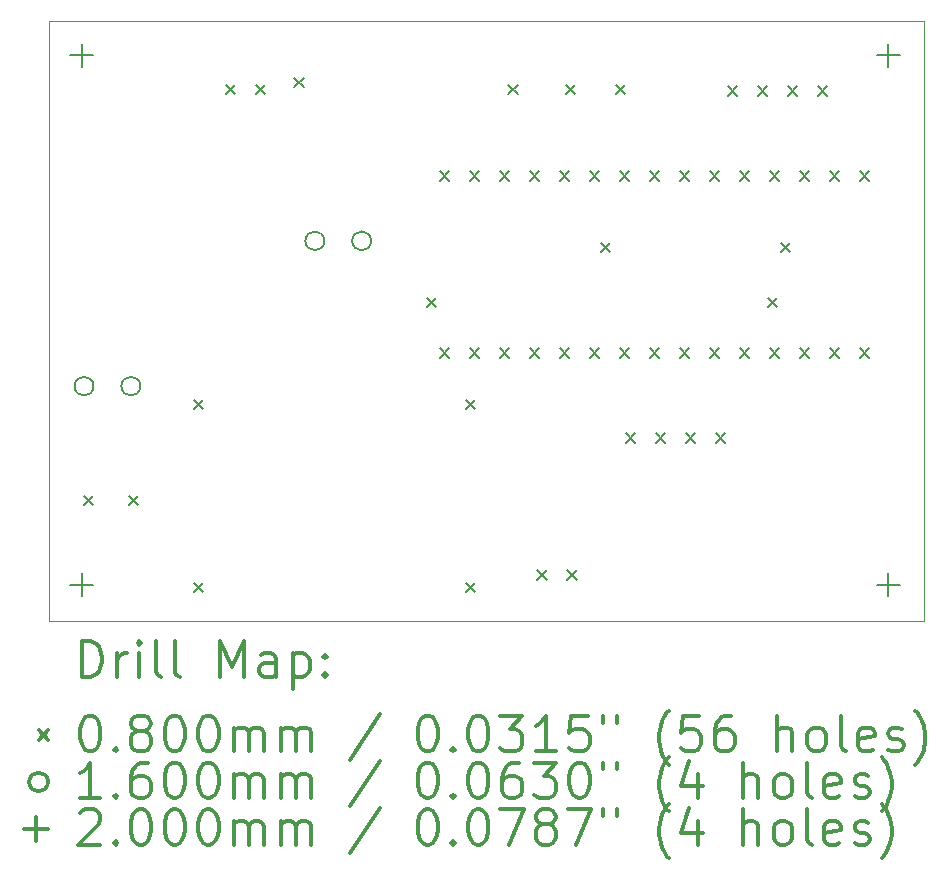
<source format=gbr>
%FSLAX45Y45*%
G04 Gerber Fmt 4.5, Leading zero omitted, Abs format (unit mm)*
G04 Created by KiCad (PCBNEW (5.1.10)-1) date 2021-11-21 11:10:27*
%MOMM*%
%LPD*%
G01*
G04 APERTURE LIST*
%TA.AperFunction,Profile*%
%ADD10C,0.100000*%
%TD*%
%ADD11C,0.200000*%
%ADD12C,0.300000*%
G04 APERTURE END LIST*
D10*
X7270000Y-400000D02*
X7270000Y-5480000D01*
X-140000Y-400000D02*
X7270000Y-400000D01*
X-140000Y-5480000D02*
X-140000Y-400000D01*
X7270000Y-5480000D02*
X-140000Y-5480000D01*
D11*
X160000Y-4420000D02*
X240000Y-4500000D01*
X240000Y-4420000D02*
X160000Y-4500000D01*
X540000Y-4420000D02*
X620000Y-4500000D01*
X620000Y-4420000D02*
X540000Y-4500000D01*
X1090000Y-3605000D02*
X1170000Y-3685000D01*
X1170000Y-3605000D02*
X1090000Y-3685000D01*
X1090000Y-5155000D02*
X1170000Y-5235000D01*
X1170000Y-5155000D02*
X1090000Y-5235000D01*
X1360000Y-940000D02*
X1440000Y-1020000D01*
X1440000Y-940000D02*
X1360000Y-1020000D01*
X1614000Y-940000D02*
X1694000Y-1020000D01*
X1694000Y-940000D02*
X1614000Y-1020000D01*
X1940000Y-880000D02*
X2020000Y-960000D01*
X2020000Y-880000D02*
X1940000Y-960000D01*
X3060000Y-2740000D02*
X3140000Y-2820000D01*
X3140000Y-2740000D02*
X3060000Y-2820000D01*
X3170000Y-1670000D02*
X3250000Y-1750000D01*
X3250000Y-1670000D02*
X3170000Y-1750000D01*
X3170000Y-3170000D02*
X3250000Y-3250000D01*
X3250000Y-3170000D02*
X3170000Y-3250000D01*
X3390000Y-3605000D02*
X3470000Y-3685000D01*
X3470000Y-3605000D02*
X3390000Y-3685000D01*
X3390000Y-5155000D02*
X3470000Y-5235000D01*
X3470000Y-5155000D02*
X3390000Y-5235000D01*
X3424000Y-1670000D02*
X3504000Y-1750000D01*
X3504000Y-1670000D02*
X3424000Y-1750000D01*
X3424000Y-3170000D02*
X3504000Y-3250000D01*
X3504000Y-3170000D02*
X3424000Y-3250000D01*
X3678000Y-1670000D02*
X3758000Y-1750000D01*
X3758000Y-1670000D02*
X3678000Y-1750000D01*
X3678000Y-3170000D02*
X3758000Y-3250000D01*
X3758000Y-3170000D02*
X3678000Y-3250000D01*
X3750000Y-940000D02*
X3830000Y-1020000D01*
X3830000Y-940000D02*
X3750000Y-1020000D01*
X3932000Y-1670000D02*
X4012000Y-1750000D01*
X4012000Y-1670000D02*
X3932000Y-1750000D01*
X3932000Y-3170000D02*
X4012000Y-3250000D01*
X4012000Y-3170000D02*
X3932000Y-3250000D01*
X3996000Y-5050000D02*
X4076000Y-5130000D01*
X4076000Y-5050000D02*
X3996000Y-5130000D01*
X4186000Y-1670000D02*
X4266000Y-1750000D01*
X4266000Y-1670000D02*
X4186000Y-1750000D01*
X4186000Y-3170000D02*
X4266000Y-3250000D01*
X4266000Y-3170000D02*
X4186000Y-3250000D01*
X4240000Y-940000D02*
X4320000Y-1020000D01*
X4320000Y-940000D02*
X4240000Y-1020000D01*
X4250000Y-5050000D02*
X4330000Y-5130000D01*
X4330000Y-5050000D02*
X4250000Y-5130000D01*
X4440000Y-1670000D02*
X4520000Y-1750000D01*
X4520000Y-1670000D02*
X4440000Y-1750000D01*
X4440000Y-3170000D02*
X4520000Y-3250000D01*
X4520000Y-3170000D02*
X4440000Y-3250000D01*
X4535000Y-2275000D02*
X4615000Y-2355000D01*
X4615000Y-2275000D02*
X4535000Y-2355000D01*
X4660000Y-940000D02*
X4740000Y-1020000D01*
X4740000Y-940000D02*
X4660000Y-1020000D01*
X4694000Y-1670000D02*
X4774000Y-1750000D01*
X4774000Y-1670000D02*
X4694000Y-1750000D01*
X4694000Y-3170000D02*
X4774000Y-3250000D01*
X4774000Y-3170000D02*
X4694000Y-3250000D01*
X4748000Y-3890000D02*
X4828000Y-3970000D01*
X4828000Y-3890000D02*
X4748000Y-3970000D01*
X4948000Y-1670000D02*
X5028000Y-1750000D01*
X5028000Y-1670000D02*
X4948000Y-1750000D01*
X4948000Y-3170000D02*
X5028000Y-3250000D01*
X5028000Y-3170000D02*
X4948000Y-3250000D01*
X5002000Y-3890000D02*
X5082000Y-3970000D01*
X5082000Y-3890000D02*
X5002000Y-3970000D01*
X5202000Y-1670000D02*
X5282000Y-1750000D01*
X5282000Y-1670000D02*
X5202000Y-1750000D01*
X5202000Y-3170000D02*
X5282000Y-3250000D01*
X5282000Y-3170000D02*
X5202000Y-3250000D01*
X5256000Y-3890000D02*
X5336000Y-3970000D01*
X5336000Y-3890000D02*
X5256000Y-3970000D01*
X5456000Y-1670000D02*
X5536000Y-1750000D01*
X5536000Y-1670000D02*
X5456000Y-1750000D01*
X5456000Y-3170000D02*
X5536000Y-3250000D01*
X5536000Y-3170000D02*
X5456000Y-3250000D01*
X5510000Y-3890000D02*
X5590000Y-3970000D01*
X5590000Y-3890000D02*
X5510000Y-3970000D01*
X5608000Y-950000D02*
X5688000Y-1030000D01*
X5688000Y-950000D02*
X5608000Y-1030000D01*
X5710000Y-1670000D02*
X5790000Y-1750000D01*
X5790000Y-1670000D02*
X5710000Y-1750000D01*
X5710000Y-3170000D02*
X5790000Y-3250000D01*
X5790000Y-3170000D02*
X5710000Y-3250000D01*
X5862000Y-950000D02*
X5942000Y-1030000D01*
X5942000Y-950000D02*
X5862000Y-1030000D01*
X5950000Y-2740000D02*
X6030000Y-2820000D01*
X6030000Y-2740000D02*
X5950000Y-2820000D01*
X5964000Y-1670000D02*
X6044000Y-1750000D01*
X6044000Y-1670000D02*
X5964000Y-1750000D01*
X5964000Y-3170000D02*
X6044000Y-3250000D01*
X6044000Y-3170000D02*
X5964000Y-3250000D01*
X6059000Y-2275000D02*
X6139000Y-2355000D01*
X6139000Y-2275000D02*
X6059000Y-2355000D01*
X6116000Y-950000D02*
X6196000Y-1030000D01*
X6196000Y-950000D02*
X6116000Y-1030000D01*
X6218000Y-1670000D02*
X6298000Y-1750000D01*
X6298000Y-1670000D02*
X6218000Y-1750000D01*
X6218000Y-3170000D02*
X6298000Y-3250000D01*
X6298000Y-3170000D02*
X6218000Y-3250000D01*
X6370000Y-950000D02*
X6450000Y-1030000D01*
X6450000Y-950000D02*
X6370000Y-1030000D01*
X6472000Y-1670000D02*
X6552000Y-1750000D01*
X6552000Y-1670000D02*
X6472000Y-1750000D01*
X6472000Y-3170000D02*
X6552000Y-3250000D01*
X6552000Y-3170000D02*
X6472000Y-3250000D01*
X6726000Y-1670000D02*
X6806000Y-1750000D01*
X6806000Y-1670000D02*
X6726000Y-1750000D01*
X6726000Y-3170000D02*
X6806000Y-3250000D01*
X6806000Y-3170000D02*
X6726000Y-3250000D01*
X240000Y-3490000D02*
G75*
G03*
X240000Y-3490000I-80000J0D01*
G01*
X636000Y-3490000D02*
G75*
G03*
X636000Y-3490000I-80000J0D01*
G01*
X2194000Y-2260000D02*
G75*
G03*
X2194000Y-2260000I-80000J0D01*
G01*
X2590000Y-2260000D02*
G75*
G03*
X2590000Y-2260000I-80000J0D01*
G01*
X140000Y-590000D02*
X140000Y-790000D01*
X40000Y-690000D02*
X240000Y-690000D01*
X140000Y-5070000D02*
X140000Y-5270000D01*
X40000Y-5170000D02*
X240000Y-5170000D01*
X6970000Y-590000D02*
X6970000Y-790000D01*
X6870000Y-690000D02*
X7070000Y-690000D01*
X6970000Y-5070000D02*
X6970000Y-5270000D01*
X6870000Y-5170000D02*
X7070000Y-5170000D01*
D12*
X141428Y-5950714D02*
X141428Y-5650714D01*
X212857Y-5650714D01*
X255714Y-5665000D01*
X284286Y-5693571D01*
X298571Y-5722143D01*
X312857Y-5779286D01*
X312857Y-5822143D01*
X298571Y-5879286D01*
X284286Y-5907857D01*
X255714Y-5936429D01*
X212857Y-5950714D01*
X141428Y-5950714D01*
X441428Y-5950714D02*
X441428Y-5750714D01*
X441428Y-5807857D02*
X455714Y-5779286D01*
X470000Y-5765000D01*
X498571Y-5750714D01*
X527143Y-5750714D01*
X627143Y-5950714D02*
X627143Y-5750714D01*
X627143Y-5650714D02*
X612857Y-5665000D01*
X627143Y-5679286D01*
X641428Y-5665000D01*
X627143Y-5650714D01*
X627143Y-5679286D01*
X812857Y-5950714D02*
X784286Y-5936429D01*
X770000Y-5907857D01*
X770000Y-5650714D01*
X970000Y-5950714D02*
X941428Y-5936429D01*
X927143Y-5907857D01*
X927143Y-5650714D01*
X1312857Y-5950714D02*
X1312857Y-5650714D01*
X1412857Y-5865000D01*
X1512857Y-5650714D01*
X1512857Y-5950714D01*
X1784286Y-5950714D02*
X1784286Y-5793571D01*
X1770000Y-5765000D01*
X1741428Y-5750714D01*
X1684286Y-5750714D01*
X1655714Y-5765000D01*
X1784286Y-5936429D02*
X1755714Y-5950714D01*
X1684286Y-5950714D01*
X1655714Y-5936429D01*
X1641428Y-5907857D01*
X1641428Y-5879286D01*
X1655714Y-5850714D01*
X1684286Y-5836429D01*
X1755714Y-5836429D01*
X1784286Y-5822143D01*
X1927143Y-5750714D02*
X1927143Y-6050714D01*
X1927143Y-5765000D02*
X1955714Y-5750714D01*
X2012857Y-5750714D01*
X2041428Y-5765000D01*
X2055714Y-5779286D01*
X2070000Y-5807857D01*
X2070000Y-5893571D01*
X2055714Y-5922143D01*
X2041428Y-5936429D01*
X2012857Y-5950714D01*
X1955714Y-5950714D01*
X1927143Y-5936429D01*
X2198571Y-5922143D02*
X2212857Y-5936429D01*
X2198571Y-5950714D01*
X2184286Y-5936429D01*
X2198571Y-5922143D01*
X2198571Y-5950714D01*
X2198571Y-5765000D02*
X2212857Y-5779286D01*
X2198571Y-5793571D01*
X2184286Y-5779286D01*
X2198571Y-5765000D01*
X2198571Y-5793571D01*
X-225000Y-6405000D02*
X-145000Y-6485000D01*
X-145000Y-6405000D02*
X-225000Y-6485000D01*
X198571Y-6280714D02*
X227143Y-6280714D01*
X255714Y-6295000D01*
X270000Y-6309286D01*
X284286Y-6337857D01*
X298571Y-6395000D01*
X298571Y-6466429D01*
X284286Y-6523571D01*
X270000Y-6552143D01*
X255714Y-6566429D01*
X227143Y-6580714D01*
X198571Y-6580714D01*
X170000Y-6566429D01*
X155714Y-6552143D01*
X141428Y-6523571D01*
X127143Y-6466429D01*
X127143Y-6395000D01*
X141428Y-6337857D01*
X155714Y-6309286D01*
X170000Y-6295000D01*
X198571Y-6280714D01*
X427143Y-6552143D02*
X441428Y-6566429D01*
X427143Y-6580714D01*
X412857Y-6566429D01*
X427143Y-6552143D01*
X427143Y-6580714D01*
X612857Y-6409286D02*
X584286Y-6395000D01*
X570000Y-6380714D01*
X555714Y-6352143D01*
X555714Y-6337857D01*
X570000Y-6309286D01*
X584286Y-6295000D01*
X612857Y-6280714D01*
X670000Y-6280714D01*
X698571Y-6295000D01*
X712857Y-6309286D01*
X727143Y-6337857D01*
X727143Y-6352143D01*
X712857Y-6380714D01*
X698571Y-6395000D01*
X670000Y-6409286D01*
X612857Y-6409286D01*
X584286Y-6423571D01*
X570000Y-6437857D01*
X555714Y-6466429D01*
X555714Y-6523571D01*
X570000Y-6552143D01*
X584286Y-6566429D01*
X612857Y-6580714D01*
X670000Y-6580714D01*
X698571Y-6566429D01*
X712857Y-6552143D01*
X727143Y-6523571D01*
X727143Y-6466429D01*
X712857Y-6437857D01*
X698571Y-6423571D01*
X670000Y-6409286D01*
X912857Y-6280714D02*
X941428Y-6280714D01*
X970000Y-6295000D01*
X984286Y-6309286D01*
X998571Y-6337857D01*
X1012857Y-6395000D01*
X1012857Y-6466429D01*
X998571Y-6523571D01*
X984286Y-6552143D01*
X970000Y-6566429D01*
X941428Y-6580714D01*
X912857Y-6580714D01*
X884286Y-6566429D01*
X870000Y-6552143D01*
X855714Y-6523571D01*
X841428Y-6466429D01*
X841428Y-6395000D01*
X855714Y-6337857D01*
X870000Y-6309286D01*
X884286Y-6295000D01*
X912857Y-6280714D01*
X1198571Y-6280714D02*
X1227143Y-6280714D01*
X1255714Y-6295000D01*
X1270000Y-6309286D01*
X1284286Y-6337857D01*
X1298571Y-6395000D01*
X1298571Y-6466429D01*
X1284286Y-6523571D01*
X1270000Y-6552143D01*
X1255714Y-6566429D01*
X1227143Y-6580714D01*
X1198571Y-6580714D01*
X1170000Y-6566429D01*
X1155714Y-6552143D01*
X1141428Y-6523571D01*
X1127143Y-6466429D01*
X1127143Y-6395000D01*
X1141428Y-6337857D01*
X1155714Y-6309286D01*
X1170000Y-6295000D01*
X1198571Y-6280714D01*
X1427143Y-6580714D02*
X1427143Y-6380714D01*
X1427143Y-6409286D02*
X1441428Y-6395000D01*
X1470000Y-6380714D01*
X1512857Y-6380714D01*
X1541428Y-6395000D01*
X1555714Y-6423571D01*
X1555714Y-6580714D01*
X1555714Y-6423571D02*
X1570000Y-6395000D01*
X1598571Y-6380714D01*
X1641428Y-6380714D01*
X1670000Y-6395000D01*
X1684286Y-6423571D01*
X1684286Y-6580714D01*
X1827143Y-6580714D02*
X1827143Y-6380714D01*
X1827143Y-6409286D02*
X1841428Y-6395000D01*
X1870000Y-6380714D01*
X1912857Y-6380714D01*
X1941428Y-6395000D01*
X1955714Y-6423571D01*
X1955714Y-6580714D01*
X1955714Y-6423571D02*
X1970000Y-6395000D01*
X1998571Y-6380714D01*
X2041428Y-6380714D01*
X2070000Y-6395000D01*
X2084286Y-6423571D01*
X2084286Y-6580714D01*
X2670000Y-6266429D02*
X2412857Y-6652143D01*
X3055714Y-6280714D02*
X3084286Y-6280714D01*
X3112857Y-6295000D01*
X3127143Y-6309286D01*
X3141428Y-6337857D01*
X3155714Y-6395000D01*
X3155714Y-6466429D01*
X3141428Y-6523571D01*
X3127143Y-6552143D01*
X3112857Y-6566429D01*
X3084286Y-6580714D01*
X3055714Y-6580714D01*
X3027143Y-6566429D01*
X3012857Y-6552143D01*
X2998571Y-6523571D01*
X2984286Y-6466429D01*
X2984286Y-6395000D01*
X2998571Y-6337857D01*
X3012857Y-6309286D01*
X3027143Y-6295000D01*
X3055714Y-6280714D01*
X3284286Y-6552143D02*
X3298571Y-6566429D01*
X3284286Y-6580714D01*
X3270000Y-6566429D01*
X3284286Y-6552143D01*
X3284286Y-6580714D01*
X3484286Y-6280714D02*
X3512857Y-6280714D01*
X3541428Y-6295000D01*
X3555714Y-6309286D01*
X3570000Y-6337857D01*
X3584286Y-6395000D01*
X3584286Y-6466429D01*
X3570000Y-6523571D01*
X3555714Y-6552143D01*
X3541428Y-6566429D01*
X3512857Y-6580714D01*
X3484286Y-6580714D01*
X3455714Y-6566429D01*
X3441428Y-6552143D01*
X3427143Y-6523571D01*
X3412857Y-6466429D01*
X3412857Y-6395000D01*
X3427143Y-6337857D01*
X3441428Y-6309286D01*
X3455714Y-6295000D01*
X3484286Y-6280714D01*
X3684286Y-6280714D02*
X3870000Y-6280714D01*
X3770000Y-6395000D01*
X3812857Y-6395000D01*
X3841428Y-6409286D01*
X3855714Y-6423571D01*
X3870000Y-6452143D01*
X3870000Y-6523571D01*
X3855714Y-6552143D01*
X3841428Y-6566429D01*
X3812857Y-6580714D01*
X3727143Y-6580714D01*
X3698571Y-6566429D01*
X3684286Y-6552143D01*
X4155714Y-6580714D02*
X3984286Y-6580714D01*
X4070000Y-6580714D02*
X4070000Y-6280714D01*
X4041428Y-6323571D01*
X4012857Y-6352143D01*
X3984286Y-6366429D01*
X4427143Y-6280714D02*
X4284286Y-6280714D01*
X4270000Y-6423571D01*
X4284286Y-6409286D01*
X4312857Y-6395000D01*
X4384286Y-6395000D01*
X4412857Y-6409286D01*
X4427143Y-6423571D01*
X4441428Y-6452143D01*
X4441428Y-6523571D01*
X4427143Y-6552143D01*
X4412857Y-6566429D01*
X4384286Y-6580714D01*
X4312857Y-6580714D01*
X4284286Y-6566429D01*
X4270000Y-6552143D01*
X4555714Y-6280714D02*
X4555714Y-6337857D01*
X4670000Y-6280714D02*
X4670000Y-6337857D01*
X5112857Y-6695000D02*
X5098571Y-6680714D01*
X5070000Y-6637857D01*
X5055714Y-6609286D01*
X5041428Y-6566429D01*
X5027143Y-6495000D01*
X5027143Y-6437857D01*
X5041428Y-6366429D01*
X5055714Y-6323571D01*
X5070000Y-6295000D01*
X5098571Y-6252143D01*
X5112857Y-6237857D01*
X5370000Y-6280714D02*
X5227143Y-6280714D01*
X5212857Y-6423571D01*
X5227143Y-6409286D01*
X5255714Y-6395000D01*
X5327143Y-6395000D01*
X5355714Y-6409286D01*
X5370000Y-6423571D01*
X5384286Y-6452143D01*
X5384286Y-6523571D01*
X5370000Y-6552143D01*
X5355714Y-6566429D01*
X5327143Y-6580714D01*
X5255714Y-6580714D01*
X5227143Y-6566429D01*
X5212857Y-6552143D01*
X5641428Y-6280714D02*
X5584286Y-6280714D01*
X5555714Y-6295000D01*
X5541428Y-6309286D01*
X5512857Y-6352143D01*
X5498571Y-6409286D01*
X5498571Y-6523571D01*
X5512857Y-6552143D01*
X5527143Y-6566429D01*
X5555714Y-6580714D01*
X5612857Y-6580714D01*
X5641428Y-6566429D01*
X5655714Y-6552143D01*
X5670000Y-6523571D01*
X5670000Y-6452143D01*
X5655714Y-6423571D01*
X5641428Y-6409286D01*
X5612857Y-6395000D01*
X5555714Y-6395000D01*
X5527143Y-6409286D01*
X5512857Y-6423571D01*
X5498571Y-6452143D01*
X6027143Y-6580714D02*
X6027143Y-6280714D01*
X6155714Y-6580714D02*
X6155714Y-6423571D01*
X6141428Y-6395000D01*
X6112857Y-6380714D01*
X6070000Y-6380714D01*
X6041428Y-6395000D01*
X6027143Y-6409286D01*
X6341428Y-6580714D02*
X6312857Y-6566429D01*
X6298571Y-6552143D01*
X6284286Y-6523571D01*
X6284286Y-6437857D01*
X6298571Y-6409286D01*
X6312857Y-6395000D01*
X6341428Y-6380714D01*
X6384286Y-6380714D01*
X6412857Y-6395000D01*
X6427143Y-6409286D01*
X6441428Y-6437857D01*
X6441428Y-6523571D01*
X6427143Y-6552143D01*
X6412857Y-6566429D01*
X6384286Y-6580714D01*
X6341428Y-6580714D01*
X6612857Y-6580714D02*
X6584286Y-6566429D01*
X6570000Y-6537857D01*
X6570000Y-6280714D01*
X6841428Y-6566429D02*
X6812857Y-6580714D01*
X6755714Y-6580714D01*
X6727143Y-6566429D01*
X6712857Y-6537857D01*
X6712857Y-6423571D01*
X6727143Y-6395000D01*
X6755714Y-6380714D01*
X6812857Y-6380714D01*
X6841428Y-6395000D01*
X6855714Y-6423571D01*
X6855714Y-6452143D01*
X6712857Y-6480714D01*
X6970000Y-6566429D02*
X6998571Y-6580714D01*
X7055714Y-6580714D01*
X7084286Y-6566429D01*
X7098571Y-6537857D01*
X7098571Y-6523571D01*
X7084286Y-6495000D01*
X7055714Y-6480714D01*
X7012857Y-6480714D01*
X6984286Y-6466429D01*
X6970000Y-6437857D01*
X6970000Y-6423571D01*
X6984286Y-6395000D01*
X7012857Y-6380714D01*
X7055714Y-6380714D01*
X7084286Y-6395000D01*
X7198571Y-6695000D02*
X7212857Y-6680714D01*
X7241428Y-6637857D01*
X7255714Y-6609286D01*
X7270000Y-6566429D01*
X7284286Y-6495000D01*
X7284286Y-6437857D01*
X7270000Y-6366429D01*
X7255714Y-6323571D01*
X7241428Y-6295000D01*
X7212857Y-6252143D01*
X7198571Y-6237857D01*
X-145000Y-6841000D02*
G75*
G03*
X-145000Y-6841000I-80000J0D01*
G01*
X298571Y-6976714D02*
X127143Y-6976714D01*
X212857Y-6976714D02*
X212857Y-6676714D01*
X184286Y-6719571D01*
X155714Y-6748143D01*
X127143Y-6762429D01*
X427143Y-6948143D02*
X441428Y-6962429D01*
X427143Y-6976714D01*
X412857Y-6962429D01*
X427143Y-6948143D01*
X427143Y-6976714D01*
X698571Y-6676714D02*
X641428Y-6676714D01*
X612857Y-6691000D01*
X598571Y-6705286D01*
X570000Y-6748143D01*
X555714Y-6805286D01*
X555714Y-6919571D01*
X570000Y-6948143D01*
X584286Y-6962429D01*
X612857Y-6976714D01*
X670000Y-6976714D01*
X698571Y-6962429D01*
X712857Y-6948143D01*
X727143Y-6919571D01*
X727143Y-6848143D01*
X712857Y-6819571D01*
X698571Y-6805286D01*
X670000Y-6791000D01*
X612857Y-6791000D01*
X584286Y-6805286D01*
X570000Y-6819571D01*
X555714Y-6848143D01*
X912857Y-6676714D02*
X941428Y-6676714D01*
X970000Y-6691000D01*
X984286Y-6705286D01*
X998571Y-6733857D01*
X1012857Y-6791000D01*
X1012857Y-6862429D01*
X998571Y-6919571D01*
X984286Y-6948143D01*
X970000Y-6962429D01*
X941428Y-6976714D01*
X912857Y-6976714D01*
X884286Y-6962429D01*
X870000Y-6948143D01*
X855714Y-6919571D01*
X841428Y-6862429D01*
X841428Y-6791000D01*
X855714Y-6733857D01*
X870000Y-6705286D01*
X884286Y-6691000D01*
X912857Y-6676714D01*
X1198571Y-6676714D02*
X1227143Y-6676714D01*
X1255714Y-6691000D01*
X1270000Y-6705286D01*
X1284286Y-6733857D01*
X1298571Y-6791000D01*
X1298571Y-6862429D01*
X1284286Y-6919571D01*
X1270000Y-6948143D01*
X1255714Y-6962429D01*
X1227143Y-6976714D01*
X1198571Y-6976714D01*
X1170000Y-6962429D01*
X1155714Y-6948143D01*
X1141428Y-6919571D01*
X1127143Y-6862429D01*
X1127143Y-6791000D01*
X1141428Y-6733857D01*
X1155714Y-6705286D01*
X1170000Y-6691000D01*
X1198571Y-6676714D01*
X1427143Y-6976714D02*
X1427143Y-6776714D01*
X1427143Y-6805286D02*
X1441428Y-6791000D01*
X1470000Y-6776714D01*
X1512857Y-6776714D01*
X1541428Y-6791000D01*
X1555714Y-6819571D01*
X1555714Y-6976714D01*
X1555714Y-6819571D02*
X1570000Y-6791000D01*
X1598571Y-6776714D01*
X1641428Y-6776714D01*
X1670000Y-6791000D01*
X1684286Y-6819571D01*
X1684286Y-6976714D01*
X1827143Y-6976714D02*
X1827143Y-6776714D01*
X1827143Y-6805286D02*
X1841428Y-6791000D01*
X1870000Y-6776714D01*
X1912857Y-6776714D01*
X1941428Y-6791000D01*
X1955714Y-6819571D01*
X1955714Y-6976714D01*
X1955714Y-6819571D02*
X1970000Y-6791000D01*
X1998571Y-6776714D01*
X2041428Y-6776714D01*
X2070000Y-6791000D01*
X2084286Y-6819571D01*
X2084286Y-6976714D01*
X2670000Y-6662429D02*
X2412857Y-7048143D01*
X3055714Y-6676714D02*
X3084286Y-6676714D01*
X3112857Y-6691000D01*
X3127143Y-6705286D01*
X3141428Y-6733857D01*
X3155714Y-6791000D01*
X3155714Y-6862429D01*
X3141428Y-6919571D01*
X3127143Y-6948143D01*
X3112857Y-6962429D01*
X3084286Y-6976714D01*
X3055714Y-6976714D01*
X3027143Y-6962429D01*
X3012857Y-6948143D01*
X2998571Y-6919571D01*
X2984286Y-6862429D01*
X2984286Y-6791000D01*
X2998571Y-6733857D01*
X3012857Y-6705286D01*
X3027143Y-6691000D01*
X3055714Y-6676714D01*
X3284286Y-6948143D02*
X3298571Y-6962429D01*
X3284286Y-6976714D01*
X3270000Y-6962429D01*
X3284286Y-6948143D01*
X3284286Y-6976714D01*
X3484286Y-6676714D02*
X3512857Y-6676714D01*
X3541428Y-6691000D01*
X3555714Y-6705286D01*
X3570000Y-6733857D01*
X3584286Y-6791000D01*
X3584286Y-6862429D01*
X3570000Y-6919571D01*
X3555714Y-6948143D01*
X3541428Y-6962429D01*
X3512857Y-6976714D01*
X3484286Y-6976714D01*
X3455714Y-6962429D01*
X3441428Y-6948143D01*
X3427143Y-6919571D01*
X3412857Y-6862429D01*
X3412857Y-6791000D01*
X3427143Y-6733857D01*
X3441428Y-6705286D01*
X3455714Y-6691000D01*
X3484286Y-6676714D01*
X3841428Y-6676714D02*
X3784286Y-6676714D01*
X3755714Y-6691000D01*
X3741428Y-6705286D01*
X3712857Y-6748143D01*
X3698571Y-6805286D01*
X3698571Y-6919571D01*
X3712857Y-6948143D01*
X3727143Y-6962429D01*
X3755714Y-6976714D01*
X3812857Y-6976714D01*
X3841428Y-6962429D01*
X3855714Y-6948143D01*
X3870000Y-6919571D01*
X3870000Y-6848143D01*
X3855714Y-6819571D01*
X3841428Y-6805286D01*
X3812857Y-6791000D01*
X3755714Y-6791000D01*
X3727143Y-6805286D01*
X3712857Y-6819571D01*
X3698571Y-6848143D01*
X3970000Y-6676714D02*
X4155714Y-6676714D01*
X4055714Y-6791000D01*
X4098571Y-6791000D01*
X4127143Y-6805286D01*
X4141428Y-6819571D01*
X4155714Y-6848143D01*
X4155714Y-6919571D01*
X4141428Y-6948143D01*
X4127143Y-6962429D01*
X4098571Y-6976714D01*
X4012857Y-6976714D01*
X3984286Y-6962429D01*
X3970000Y-6948143D01*
X4341428Y-6676714D02*
X4370000Y-6676714D01*
X4398571Y-6691000D01*
X4412857Y-6705286D01*
X4427143Y-6733857D01*
X4441428Y-6791000D01*
X4441428Y-6862429D01*
X4427143Y-6919571D01*
X4412857Y-6948143D01*
X4398571Y-6962429D01*
X4370000Y-6976714D01*
X4341428Y-6976714D01*
X4312857Y-6962429D01*
X4298571Y-6948143D01*
X4284286Y-6919571D01*
X4270000Y-6862429D01*
X4270000Y-6791000D01*
X4284286Y-6733857D01*
X4298571Y-6705286D01*
X4312857Y-6691000D01*
X4341428Y-6676714D01*
X4555714Y-6676714D02*
X4555714Y-6733857D01*
X4670000Y-6676714D02*
X4670000Y-6733857D01*
X5112857Y-7091000D02*
X5098571Y-7076714D01*
X5070000Y-7033857D01*
X5055714Y-7005286D01*
X5041428Y-6962429D01*
X5027143Y-6891000D01*
X5027143Y-6833857D01*
X5041428Y-6762429D01*
X5055714Y-6719571D01*
X5070000Y-6691000D01*
X5098571Y-6648143D01*
X5112857Y-6633857D01*
X5355714Y-6776714D02*
X5355714Y-6976714D01*
X5284286Y-6662429D02*
X5212857Y-6876714D01*
X5398571Y-6876714D01*
X5741428Y-6976714D02*
X5741428Y-6676714D01*
X5870000Y-6976714D02*
X5870000Y-6819571D01*
X5855714Y-6791000D01*
X5827143Y-6776714D01*
X5784286Y-6776714D01*
X5755714Y-6791000D01*
X5741428Y-6805286D01*
X6055714Y-6976714D02*
X6027143Y-6962429D01*
X6012857Y-6948143D01*
X5998571Y-6919571D01*
X5998571Y-6833857D01*
X6012857Y-6805286D01*
X6027143Y-6791000D01*
X6055714Y-6776714D01*
X6098571Y-6776714D01*
X6127143Y-6791000D01*
X6141428Y-6805286D01*
X6155714Y-6833857D01*
X6155714Y-6919571D01*
X6141428Y-6948143D01*
X6127143Y-6962429D01*
X6098571Y-6976714D01*
X6055714Y-6976714D01*
X6327143Y-6976714D02*
X6298571Y-6962429D01*
X6284286Y-6933857D01*
X6284286Y-6676714D01*
X6555714Y-6962429D02*
X6527143Y-6976714D01*
X6470000Y-6976714D01*
X6441428Y-6962429D01*
X6427143Y-6933857D01*
X6427143Y-6819571D01*
X6441428Y-6791000D01*
X6470000Y-6776714D01*
X6527143Y-6776714D01*
X6555714Y-6791000D01*
X6570000Y-6819571D01*
X6570000Y-6848143D01*
X6427143Y-6876714D01*
X6684286Y-6962429D02*
X6712857Y-6976714D01*
X6770000Y-6976714D01*
X6798571Y-6962429D01*
X6812857Y-6933857D01*
X6812857Y-6919571D01*
X6798571Y-6891000D01*
X6770000Y-6876714D01*
X6727143Y-6876714D01*
X6698571Y-6862429D01*
X6684286Y-6833857D01*
X6684286Y-6819571D01*
X6698571Y-6791000D01*
X6727143Y-6776714D01*
X6770000Y-6776714D01*
X6798571Y-6791000D01*
X6912857Y-7091000D02*
X6927143Y-7076714D01*
X6955714Y-7033857D01*
X6970000Y-7005286D01*
X6984286Y-6962429D01*
X6998571Y-6891000D01*
X6998571Y-6833857D01*
X6984286Y-6762429D01*
X6970000Y-6719571D01*
X6955714Y-6691000D01*
X6927143Y-6648143D01*
X6912857Y-6633857D01*
X-245000Y-7137000D02*
X-245000Y-7337000D01*
X-345000Y-7237000D02*
X-145000Y-7237000D01*
X127143Y-7101286D02*
X141428Y-7087000D01*
X170000Y-7072714D01*
X241428Y-7072714D01*
X270000Y-7087000D01*
X284286Y-7101286D01*
X298571Y-7129857D01*
X298571Y-7158429D01*
X284286Y-7201286D01*
X112857Y-7372714D01*
X298571Y-7372714D01*
X427143Y-7344143D02*
X441428Y-7358429D01*
X427143Y-7372714D01*
X412857Y-7358429D01*
X427143Y-7344143D01*
X427143Y-7372714D01*
X627143Y-7072714D02*
X655714Y-7072714D01*
X684286Y-7087000D01*
X698571Y-7101286D01*
X712857Y-7129857D01*
X727143Y-7187000D01*
X727143Y-7258429D01*
X712857Y-7315571D01*
X698571Y-7344143D01*
X684286Y-7358429D01*
X655714Y-7372714D01*
X627143Y-7372714D01*
X598571Y-7358429D01*
X584286Y-7344143D01*
X570000Y-7315571D01*
X555714Y-7258429D01*
X555714Y-7187000D01*
X570000Y-7129857D01*
X584286Y-7101286D01*
X598571Y-7087000D01*
X627143Y-7072714D01*
X912857Y-7072714D02*
X941428Y-7072714D01*
X970000Y-7087000D01*
X984286Y-7101286D01*
X998571Y-7129857D01*
X1012857Y-7187000D01*
X1012857Y-7258429D01*
X998571Y-7315571D01*
X984286Y-7344143D01*
X970000Y-7358429D01*
X941428Y-7372714D01*
X912857Y-7372714D01*
X884286Y-7358429D01*
X870000Y-7344143D01*
X855714Y-7315571D01*
X841428Y-7258429D01*
X841428Y-7187000D01*
X855714Y-7129857D01*
X870000Y-7101286D01*
X884286Y-7087000D01*
X912857Y-7072714D01*
X1198571Y-7072714D02*
X1227143Y-7072714D01*
X1255714Y-7087000D01*
X1270000Y-7101286D01*
X1284286Y-7129857D01*
X1298571Y-7187000D01*
X1298571Y-7258429D01*
X1284286Y-7315571D01*
X1270000Y-7344143D01*
X1255714Y-7358429D01*
X1227143Y-7372714D01*
X1198571Y-7372714D01*
X1170000Y-7358429D01*
X1155714Y-7344143D01*
X1141428Y-7315571D01*
X1127143Y-7258429D01*
X1127143Y-7187000D01*
X1141428Y-7129857D01*
X1155714Y-7101286D01*
X1170000Y-7087000D01*
X1198571Y-7072714D01*
X1427143Y-7372714D02*
X1427143Y-7172714D01*
X1427143Y-7201286D02*
X1441428Y-7187000D01*
X1470000Y-7172714D01*
X1512857Y-7172714D01*
X1541428Y-7187000D01*
X1555714Y-7215571D01*
X1555714Y-7372714D01*
X1555714Y-7215571D02*
X1570000Y-7187000D01*
X1598571Y-7172714D01*
X1641428Y-7172714D01*
X1670000Y-7187000D01*
X1684286Y-7215571D01*
X1684286Y-7372714D01*
X1827143Y-7372714D02*
X1827143Y-7172714D01*
X1827143Y-7201286D02*
X1841428Y-7187000D01*
X1870000Y-7172714D01*
X1912857Y-7172714D01*
X1941428Y-7187000D01*
X1955714Y-7215571D01*
X1955714Y-7372714D01*
X1955714Y-7215571D02*
X1970000Y-7187000D01*
X1998571Y-7172714D01*
X2041428Y-7172714D01*
X2070000Y-7187000D01*
X2084286Y-7215571D01*
X2084286Y-7372714D01*
X2670000Y-7058429D02*
X2412857Y-7444143D01*
X3055714Y-7072714D02*
X3084286Y-7072714D01*
X3112857Y-7087000D01*
X3127143Y-7101286D01*
X3141428Y-7129857D01*
X3155714Y-7187000D01*
X3155714Y-7258429D01*
X3141428Y-7315571D01*
X3127143Y-7344143D01*
X3112857Y-7358429D01*
X3084286Y-7372714D01*
X3055714Y-7372714D01*
X3027143Y-7358429D01*
X3012857Y-7344143D01*
X2998571Y-7315571D01*
X2984286Y-7258429D01*
X2984286Y-7187000D01*
X2998571Y-7129857D01*
X3012857Y-7101286D01*
X3027143Y-7087000D01*
X3055714Y-7072714D01*
X3284286Y-7344143D02*
X3298571Y-7358429D01*
X3284286Y-7372714D01*
X3270000Y-7358429D01*
X3284286Y-7344143D01*
X3284286Y-7372714D01*
X3484286Y-7072714D02*
X3512857Y-7072714D01*
X3541428Y-7087000D01*
X3555714Y-7101286D01*
X3570000Y-7129857D01*
X3584286Y-7187000D01*
X3584286Y-7258429D01*
X3570000Y-7315571D01*
X3555714Y-7344143D01*
X3541428Y-7358429D01*
X3512857Y-7372714D01*
X3484286Y-7372714D01*
X3455714Y-7358429D01*
X3441428Y-7344143D01*
X3427143Y-7315571D01*
X3412857Y-7258429D01*
X3412857Y-7187000D01*
X3427143Y-7129857D01*
X3441428Y-7101286D01*
X3455714Y-7087000D01*
X3484286Y-7072714D01*
X3684286Y-7072714D02*
X3884286Y-7072714D01*
X3755714Y-7372714D01*
X4041428Y-7201286D02*
X4012857Y-7187000D01*
X3998571Y-7172714D01*
X3984286Y-7144143D01*
X3984286Y-7129857D01*
X3998571Y-7101286D01*
X4012857Y-7087000D01*
X4041428Y-7072714D01*
X4098571Y-7072714D01*
X4127143Y-7087000D01*
X4141428Y-7101286D01*
X4155714Y-7129857D01*
X4155714Y-7144143D01*
X4141428Y-7172714D01*
X4127143Y-7187000D01*
X4098571Y-7201286D01*
X4041428Y-7201286D01*
X4012857Y-7215571D01*
X3998571Y-7229857D01*
X3984286Y-7258429D01*
X3984286Y-7315571D01*
X3998571Y-7344143D01*
X4012857Y-7358429D01*
X4041428Y-7372714D01*
X4098571Y-7372714D01*
X4127143Y-7358429D01*
X4141428Y-7344143D01*
X4155714Y-7315571D01*
X4155714Y-7258429D01*
X4141428Y-7229857D01*
X4127143Y-7215571D01*
X4098571Y-7201286D01*
X4255714Y-7072714D02*
X4455714Y-7072714D01*
X4327143Y-7372714D01*
X4555714Y-7072714D02*
X4555714Y-7129857D01*
X4670000Y-7072714D02*
X4670000Y-7129857D01*
X5112857Y-7487000D02*
X5098571Y-7472714D01*
X5070000Y-7429857D01*
X5055714Y-7401286D01*
X5041428Y-7358429D01*
X5027143Y-7287000D01*
X5027143Y-7229857D01*
X5041428Y-7158429D01*
X5055714Y-7115571D01*
X5070000Y-7087000D01*
X5098571Y-7044143D01*
X5112857Y-7029857D01*
X5355714Y-7172714D02*
X5355714Y-7372714D01*
X5284286Y-7058429D02*
X5212857Y-7272714D01*
X5398571Y-7272714D01*
X5741428Y-7372714D02*
X5741428Y-7072714D01*
X5870000Y-7372714D02*
X5870000Y-7215571D01*
X5855714Y-7187000D01*
X5827143Y-7172714D01*
X5784286Y-7172714D01*
X5755714Y-7187000D01*
X5741428Y-7201286D01*
X6055714Y-7372714D02*
X6027143Y-7358429D01*
X6012857Y-7344143D01*
X5998571Y-7315571D01*
X5998571Y-7229857D01*
X6012857Y-7201286D01*
X6027143Y-7187000D01*
X6055714Y-7172714D01*
X6098571Y-7172714D01*
X6127143Y-7187000D01*
X6141428Y-7201286D01*
X6155714Y-7229857D01*
X6155714Y-7315571D01*
X6141428Y-7344143D01*
X6127143Y-7358429D01*
X6098571Y-7372714D01*
X6055714Y-7372714D01*
X6327143Y-7372714D02*
X6298571Y-7358429D01*
X6284286Y-7329857D01*
X6284286Y-7072714D01*
X6555714Y-7358429D02*
X6527143Y-7372714D01*
X6470000Y-7372714D01*
X6441428Y-7358429D01*
X6427143Y-7329857D01*
X6427143Y-7215571D01*
X6441428Y-7187000D01*
X6470000Y-7172714D01*
X6527143Y-7172714D01*
X6555714Y-7187000D01*
X6570000Y-7215571D01*
X6570000Y-7244143D01*
X6427143Y-7272714D01*
X6684286Y-7358429D02*
X6712857Y-7372714D01*
X6770000Y-7372714D01*
X6798571Y-7358429D01*
X6812857Y-7329857D01*
X6812857Y-7315571D01*
X6798571Y-7287000D01*
X6770000Y-7272714D01*
X6727143Y-7272714D01*
X6698571Y-7258429D01*
X6684286Y-7229857D01*
X6684286Y-7215571D01*
X6698571Y-7187000D01*
X6727143Y-7172714D01*
X6770000Y-7172714D01*
X6798571Y-7187000D01*
X6912857Y-7487000D02*
X6927143Y-7472714D01*
X6955714Y-7429857D01*
X6970000Y-7401286D01*
X6984286Y-7358429D01*
X6998571Y-7287000D01*
X6998571Y-7229857D01*
X6984286Y-7158429D01*
X6970000Y-7115571D01*
X6955714Y-7087000D01*
X6927143Y-7044143D01*
X6912857Y-7029857D01*
M02*

</source>
